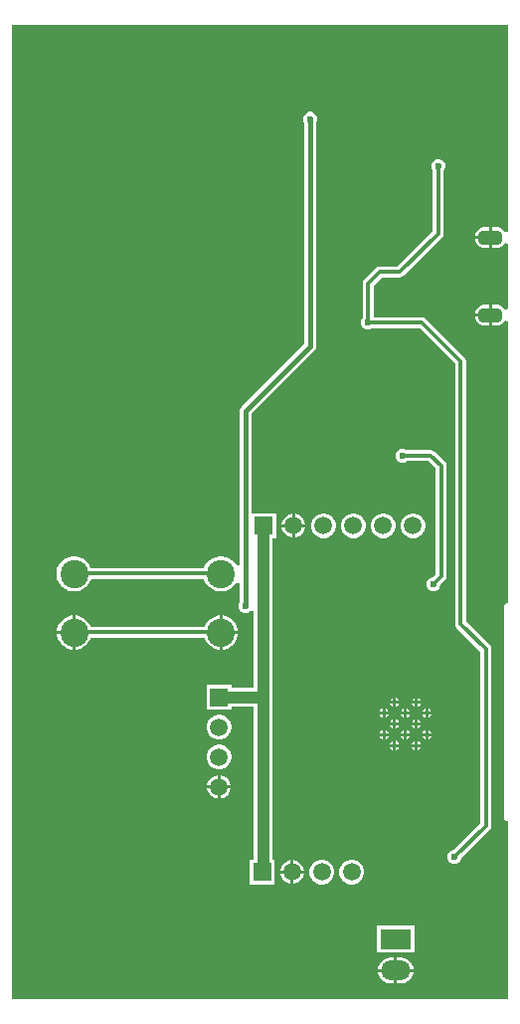
<source format=gbr>
%TF.GenerationSoftware,Altium Limited,Altium Designer,25.7.1 (20)*%
G04 Layer_Physical_Order=1*
G04 Layer_Color=255*
%FSLAX45Y45*%
%MOMM*%
%TF.SameCoordinates,6DC23F8A-9C4A-45C2-95F2-439E2FAEE1B8*%
%TF.FilePolarity,Positive*%
%TF.FileFunction,Copper,L1,Top,Signal*%
%TF.Part,Single*%
G01*
G75*
%TA.AperFunction,Conductor*%
%ADD10C,0.30000*%
%ADD11C,1.00000*%
%ADD12C,0.38100*%
%TA.AperFunction,ComponentPad*%
%ADD13R,2.54000X1.65100*%
%ADD14O,2.54000X1.65100*%
%ADD15C,1.50000*%
%ADD16R,1.50000X1.50000*%
%ADD17R,1.50000X1.50000*%
G04:AMPARAMS|DCode=18|XSize=2mm|YSize=1.2mm|CornerRadius=0.36mm|HoleSize=0mm|Usage=FLASHONLY|Rotation=180.000|XOffset=0mm|YOffset=0mm|HoleType=Round|Shape=RoundedRectangle|*
%AMROUNDEDRECTD18*
21,1,2.00000,0.48000,0,0,180.0*
21,1,1.28000,1.20000,0,0,180.0*
1,1,0.72000,-0.64000,0.24000*
1,1,0.72000,0.64000,0.24000*
1,1,0.72000,0.64000,-0.24000*
1,1,0.72000,-0.64000,-0.24000*
%
%ADD18ROUNDEDRECTD18*%
%ADD19C,0.30000*%
%ADD20C,2.40000*%
%TA.AperFunction,ViaPad*%
%ADD21C,0.60000*%
G36*
X17774564Y10592638D02*
X17749438Y10588759D01*
X17735867Y10609069D01*
X17715556Y10622639D01*
X17691600Y10627405D01*
X17640300D01*
Y10540802D01*
Y10454199D01*
X17691600D01*
X17715556Y10458964D01*
X17735867Y10472535D01*
X17749438Y10492845D01*
X17774564Y10488965D01*
Y9932635D01*
X17749438Y9928755D01*
X17735867Y9949065D01*
X17715556Y9962636D01*
X17691600Y9967401D01*
X17640300D01*
Y9880798D01*
X17627600D01*
D01*
X17640300D01*
Y9794195D01*
X17691600D01*
X17715556Y9798961D01*
X17735867Y9812531D01*
X17749438Y9832841D01*
X17774564Y9828962D01*
Y7433888D01*
X17772000D01*
X17760295Y7431559D01*
X17750371Y7424929D01*
X17743741Y7415005D01*
X17741412Y7403300D01*
Y5603300D01*
X17743741Y5591595D01*
X17750371Y5581671D01*
X17760295Y5575041D01*
X17772000Y5572712D01*
X17774564D01*
Y4056736D01*
X13556335D01*
Y12351664D01*
X17774564D01*
Y10592638D01*
D02*
G37*
%LPC*%
G36*
X17614900Y10627405D02*
X17563600D01*
X17539642Y10622639D01*
X17519333Y10609069D01*
X17505762Y10588759D01*
X17500996Y10564802D01*
Y10553502D01*
X17614900D01*
Y10627405D01*
D02*
G37*
G36*
Y10528102D02*
X17500996D01*
Y10516802D01*
X17505762Y10492845D01*
X17519333Y10472535D01*
X17539642Y10458964D01*
X17563600Y10454199D01*
X17614900D01*
Y10528102D01*
D02*
G37*
G36*
Y9967401D02*
X17563600D01*
X17539642Y9962636D01*
X17519333Y9949065D01*
X17505762Y9928755D01*
X17500996Y9904798D01*
Y9893498D01*
X17614900D01*
Y9967401D01*
D02*
G37*
G36*
Y9868098D02*
X17500996D01*
Y9856798D01*
X17505762Y9832841D01*
X17519333Y9812531D01*
X17539642Y9798961D01*
X17563600Y9794195D01*
X17614900D01*
Y9868098D01*
D02*
G37*
G36*
X15964418Y8190300D02*
X15963901D01*
Y8102600D01*
X16051601D01*
Y8103118D01*
X16044759Y8128653D01*
X16031540Y8151547D01*
X16012846Y8170240D01*
X15989954Y8183458D01*
X15964418Y8190300D01*
D02*
G37*
G36*
X15938499D02*
X15937982D01*
X15912447Y8183458D01*
X15889552Y8170240D01*
X15870860Y8151547D01*
X15857642Y8128653D01*
X15850800Y8103118D01*
Y8102600D01*
X15938499D01*
Y8190300D01*
D02*
G37*
G36*
X16051601Y8077200D02*
X15963901D01*
Y7989500D01*
X15964418D01*
X15989954Y7996342D01*
X16012846Y8009560D01*
X16031540Y8028253D01*
X16044759Y8051147D01*
X16051601Y8076682D01*
Y8077200D01*
D02*
G37*
G36*
X15938499D02*
X15850800D01*
Y8076682D01*
X15857642Y8051147D01*
X15870860Y8028253D01*
X15889552Y8009560D01*
X15912447Y7996342D01*
X15937982Y7989500D01*
X15938499D01*
Y8077200D01*
D02*
G37*
G36*
X16981023Y8194900D02*
X16953377D01*
X16926672Y8187744D01*
X16902728Y8173921D01*
X16883179Y8154371D01*
X16869356Y8130428D01*
X16862199Y8103723D01*
Y8076077D01*
X16869356Y8049372D01*
X16883179Y8025429D01*
X16902728Y8005879D01*
X16926672Y7992056D01*
X16953377Y7984900D01*
X16981023D01*
X17007729Y7992056D01*
X17031671Y8005879D01*
X17051221Y8025429D01*
X17065044Y8049372D01*
X17072200Y8076077D01*
Y8103723D01*
X17065044Y8130428D01*
X17051221Y8154371D01*
X17031671Y8173921D01*
X17007729Y8187744D01*
X16981023Y8194900D01*
D02*
G37*
G36*
X16727023D02*
X16699377D01*
X16672672Y8187744D01*
X16648729Y8173921D01*
X16629179Y8154371D01*
X16615356Y8130428D01*
X16608200Y8103723D01*
Y8076077D01*
X16615356Y8049372D01*
X16629179Y8025429D01*
X16648729Y8005879D01*
X16672672Y7992056D01*
X16699377Y7984900D01*
X16727023D01*
X16753728Y7992056D01*
X16777670Y8005879D01*
X16797221Y8025429D01*
X16811044Y8049372D01*
X16818201Y8076077D01*
Y8103723D01*
X16811044Y8130428D01*
X16797221Y8154371D01*
X16777670Y8173921D01*
X16753728Y8187744D01*
X16727023Y8194900D01*
D02*
G37*
G36*
X16473022D02*
X16445377D01*
X16418672Y8187744D01*
X16394730Y8173921D01*
X16375179Y8154371D01*
X16361356Y8130428D01*
X16354201Y8103723D01*
Y8076077D01*
X16361356Y8049372D01*
X16375179Y8025429D01*
X16394730Y8005879D01*
X16418672Y7992056D01*
X16445377Y7984900D01*
X16473022D01*
X16499728Y7992056D01*
X16523671Y8005879D01*
X16543221Y8025429D01*
X16557043Y8049372D01*
X16564200Y8076077D01*
Y8103723D01*
X16557043Y8130428D01*
X16543221Y8154371D01*
X16523671Y8173921D01*
X16499728Y8187744D01*
X16473022Y8194900D01*
D02*
G37*
G36*
X16219023D02*
X16191377D01*
X16164671Y8187744D01*
X16140729Y8173921D01*
X16121179Y8154371D01*
X16107356Y8130428D01*
X16100200Y8103723D01*
Y8076077D01*
X16107356Y8049372D01*
X16121179Y8025429D01*
X16140729Y8005879D01*
X16164671Y7992056D01*
X16191377Y7984900D01*
X16219023D01*
X16245728Y7992056D01*
X16269672Y8005879D01*
X16289221Y8025429D01*
X16303044Y8049372D01*
X16310201Y8076077D01*
Y8103723D01*
X16303044Y8130428D01*
X16289221Y8154371D01*
X16269672Y8173921D01*
X16245728Y8187744D01*
X16219023Y8194900D01*
D02*
G37*
G36*
X16105376Y11609380D02*
X16081505D01*
X16059453Y11600246D01*
X16042574Y11583367D01*
X16033440Y11561315D01*
Y11537445D01*
X16042574Y11515393D01*
X16043430Y11514538D01*
Y9639695D01*
X15504356Y9100623D01*
X15493517Y9084398D01*
X15489709Y9065260D01*
Y7756133D01*
X15464528Y7750552D01*
X15448112Y7775119D01*
X15427219Y7796013D01*
X15402652Y7812428D01*
X15375352Y7823735D01*
X15346375Y7829500D01*
X15316826D01*
X15287846Y7823735D01*
X15260548Y7812428D01*
X15235982Y7796013D01*
X15215086Y7775119D01*
X15198672Y7750552D01*
X15189903Y7729382D01*
X14223297D01*
X14214528Y7750552D01*
X14198112Y7775119D01*
X14177219Y7796013D01*
X14152652Y7812428D01*
X14125352Y7823735D01*
X14096375Y7829500D01*
X14066826D01*
X14037846Y7823735D01*
X14010548Y7812428D01*
X13985982Y7796013D01*
X13965086Y7775119D01*
X13948672Y7750552D01*
X13937366Y7723253D01*
X13931599Y7694274D01*
Y7664726D01*
X13937366Y7635747D01*
X13948672Y7608448D01*
X13965086Y7583881D01*
X13985982Y7562987D01*
X14010548Y7546572D01*
X14037846Y7535265D01*
X14066826Y7529500D01*
X14096375D01*
X14125352Y7535265D01*
X14152652Y7546572D01*
X14177219Y7562987D01*
X14198112Y7583881D01*
X14214528Y7608448D01*
X14225835Y7635747D01*
X14226208Y7637618D01*
X15186992D01*
X15187366Y7635747D01*
X15198672Y7608448D01*
X15215086Y7583881D01*
X15235982Y7562987D01*
X15260548Y7546572D01*
X15287846Y7535265D01*
X15316826Y7529500D01*
X15346375D01*
X15375352Y7535265D01*
X15402652Y7546572D01*
X15427219Y7562987D01*
X15448112Y7583881D01*
X15464528Y7608448D01*
X15489709Y7602867D01*
Y7444022D01*
X15488853Y7443167D01*
X15479720Y7421115D01*
Y7397245D01*
X15488853Y7375193D01*
X15505733Y7358314D01*
X15527785Y7349180D01*
X15551656D01*
X15573708Y7358314D01*
X15584760Y7369367D01*
X15610159Y7361128D01*
Y6710090D01*
X15421201D01*
Y6734400D01*
X15211200D01*
Y6524400D01*
X15421201D01*
Y6548710D01*
X15610159D01*
Y5248500D01*
X15579500D01*
Y5038500D01*
X15789500D01*
Y5248500D01*
X15771539D01*
Y6629400D01*
Y7984900D01*
X15802200D01*
Y8194900D01*
X15615131D01*
X15592200Y8194900D01*
X15589731Y8219277D01*
Y9044545D01*
X16128802Y9583617D01*
X16139644Y9599842D01*
X16143451Y9618980D01*
Y11514538D01*
X16144305Y11515393D01*
X16153439Y11537445D01*
Y11561315D01*
X16144305Y11583367D01*
X16127428Y11600246D01*
X16105376Y11609380D01*
D02*
G37*
G36*
X16890234Y8746800D02*
X16866365D01*
X16844313Y8737666D01*
X16827434Y8720787D01*
X16818300Y8698735D01*
Y8674865D01*
X16827434Y8652813D01*
X16844313Y8635934D01*
X16866365Y8626800D01*
X16890234D01*
X16912286Y8635934D01*
X16917271Y8640918D01*
X17100595D01*
X17162617Y8578895D01*
Y7677105D01*
X17140114Y7654600D01*
X17133064D01*
X17111012Y7645466D01*
X17094135Y7628587D01*
X17085001Y7606535D01*
Y7582665D01*
X17094135Y7560613D01*
X17111012Y7543734D01*
X17133064Y7534600D01*
X17156935D01*
X17178987Y7543734D01*
X17195866Y7560613D01*
X17205000Y7582665D01*
Y7589714D01*
X17240942Y7625657D01*
X17250890Y7640542D01*
X17254382Y7658100D01*
Y8597900D01*
X17250890Y8615458D01*
X17240942Y8630343D01*
X17152043Y8719243D01*
X17137158Y8729189D01*
X17119600Y8732682D01*
X16917271D01*
X16912286Y8737666D01*
X16890234Y8746800D01*
D02*
G37*
G36*
X15318901Y7324901D02*
X15312457D01*
X15275478Y7314992D01*
X15242322Y7295850D01*
X15215251Y7268779D01*
X15196109Y7235623D01*
X15194437Y7229383D01*
X14218764D01*
X14217091Y7235623D01*
X14197949Y7268779D01*
X14170879Y7295850D01*
X14137721Y7314992D01*
X14100742Y7324901D01*
X14094299D01*
Y7179501D01*
Y7034101D01*
X14100742D01*
X14137721Y7044010D01*
X14170879Y7063152D01*
X14197949Y7090223D01*
X14217091Y7123379D01*
X14220908Y7137619D01*
X15192293D01*
X15196109Y7123379D01*
X15215251Y7090223D01*
X15242322Y7063152D01*
X15275478Y7044010D01*
X15312457Y7034101D01*
X15318901D01*
Y7179501D01*
Y7324901D01*
D02*
G37*
G36*
X15350742D02*
X15344301D01*
Y7192201D01*
X15477000D01*
Y7198643D01*
X15467091Y7235623D01*
X15447949Y7268779D01*
X15420879Y7295850D01*
X15387721Y7314992D01*
X15350742Y7324901D01*
D02*
G37*
G36*
X14068900D02*
X14062457D01*
X14025478Y7314992D01*
X13992322Y7295850D01*
X13965251Y7268779D01*
X13946109Y7235623D01*
X13936200Y7198643D01*
Y7192201D01*
X14068900D01*
Y7324901D01*
D02*
G37*
G36*
X15477000Y7166801D02*
X15344301D01*
Y7034101D01*
X15350742D01*
X15387721Y7044010D01*
X15420879Y7063152D01*
X15447949Y7090223D01*
X15467091Y7123379D01*
X15477000Y7160359D01*
Y7166801D01*
D02*
G37*
G36*
X14068900D02*
X13936200D01*
Y7160359D01*
X13946109Y7123379D01*
X13965251Y7090223D01*
X13992322Y7063152D01*
X14025478Y7044010D01*
X14062457Y7034101D01*
X14068900D01*
Y7166801D01*
D02*
G37*
G36*
X17007449Y6625267D02*
Y6599499D01*
X17033217D01*
X17028998Y6609684D01*
X17017633Y6621048D01*
X17007449Y6625267D01*
D02*
G37*
G36*
X16823949D02*
Y6599499D01*
X16849718D01*
X16845499Y6609684D01*
X16834134Y6621048D01*
X16823949Y6625267D01*
D02*
G37*
G36*
X16982050D02*
X16971864Y6621048D01*
X16960500Y6609684D01*
X16956281Y6599499D01*
X16982050D01*
Y6625267D01*
D02*
G37*
G36*
X16798549D02*
X16788364Y6621048D01*
X16777000Y6609684D01*
X16772781Y6599499D01*
X16798549D01*
Y6625267D01*
D02*
G37*
G36*
X16849718Y6574099D02*
X16823949D01*
Y6548331D01*
X16834134Y6552550D01*
X16845499Y6563914D01*
X16849718Y6574099D01*
D02*
G37*
G36*
X17033217D02*
X17007449D01*
Y6548331D01*
X17017633Y6552550D01*
X17028998Y6563914D01*
X17033217Y6574099D01*
D02*
G37*
G36*
X16982050D02*
X16956281D01*
X16960500Y6563914D01*
X16971864Y6552550D01*
X16982050Y6548331D01*
Y6574099D01*
D02*
G37*
G36*
X16798549D02*
X16772781D01*
X16777000Y6563914D01*
X16788364Y6552550D01*
X16798549Y6548331D01*
Y6574099D01*
D02*
G37*
G36*
X17099199Y6533517D02*
Y6507749D01*
X17124966D01*
X17120747Y6517934D01*
X17109383Y6529299D01*
X17099199Y6533517D01*
D02*
G37*
G36*
X16915698D02*
Y6507749D01*
X16941467D01*
X16937248Y6517934D01*
X16925883Y6529299D01*
X16915698Y6533517D01*
D02*
G37*
G36*
X16732199D02*
Y6507749D01*
X16757967D01*
X16753749Y6517934D01*
X16742384Y6529299D01*
X16732199Y6533517D01*
D02*
G37*
G36*
X16890298D02*
X16880115Y6529299D01*
X16868750Y6517934D01*
X16864531Y6507749D01*
X16890298D01*
Y6533517D01*
D02*
G37*
G36*
X16706799D02*
X16696616Y6529299D01*
X16685249Y6517934D01*
X16681030Y6507749D01*
X16706799D01*
Y6533517D01*
D02*
G37*
G36*
X17073799D02*
X17063614Y6529299D01*
X17052249Y6517934D01*
X17048032Y6507749D01*
X17073799D01*
Y6533517D01*
D02*
G37*
G36*
X17124966Y6482349D02*
X17099199D01*
Y6456581D01*
X17109383Y6460800D01*
X17120747Y6472165D01*
X17124966Y6482349D01*
D02*
G37*
G36*
X16941467D02*
X16915698D01*
Y6456581D01*
X16925883Y6460800D01*
X16937248Y6472165D01*
X16941467Y6482349D01*
D02*
G37*
G36*
X16757967D02*
X16732199D01*
Y6456581D01*
X16742384Y6460800D01*
X16753749Y6472165D01*
X16757967Y6482349D01*
D02*
G37*
G36*
X17073799D02*
X17048032D01*
X17052249Y6472165D01*
X17063614Y6460800D01*
X17073799Y6456581D01*
Y6482349D01*
D02*
G37*
G36*
X16890298D02*
X16864531D01*
X16868750Y6472165D01*
X16880115Y6460800D01*
X16890298Y6456581D01*
Y6482349D01*
D02*
G37*
G36*
X16706799D02*
X16681030D01*
X16685249Y6472165D01*
X16696616Y6460800D01*
X16706799Y6456581D01*
Y6482349D01*
D02*
G37*
G36*
X17007449Y6441767D02*
Y6415999D01*
X17033217D01*
X17028998Y6426184D01*
X17017633Y6437549D01*
X17007449Y6441767D01*
D02*
G37*
G36*
X16823949D02*
Y6415999D01*
X16849718D01*
X16845499Y6426184D01*
X16834134Y6437549D01*
X16823949Y6441767D01*
D02*
G37*
G36*
X16982050D02*
X16971864Y6437549D01*
X16960500Y6426184D01*
X16956281Y6415999D01*
X16982050D01*
Y6441767D01*
D02*
G37*
G36*
X16798549D02*
X16788364Y6437549D01*
X16777000Y6426184D01*
X16772781Y6415999D01*
X16798549D01*
Y6441767D01*
D02*
G37*
G36*
X16849718Y6390599D02*
X16823949D01*
Y6364831D01*
X16834134Y6369050D01*
X16845499Y6380415D01*
X16849718Y6390599D01*
D02*
G37*
G36*
X17033217D02*
X17007449D01*
Y6364831D01*
X17017633Y6369050D01*
X17028998Y6380415D01*
X17033217Y6390599D01*
D02*
G37*
G36*
X16982050D02*
X16956281D01*
X16960500Y6380415D01*
X16971864Y6369050D01*
X16982050Y6364831D01*
Y6390599D01*
D02*
G37*
G36*
X16798549D02*
X16772781D01*
X16777000Y6380415D01*
X16788364Y6369050D01*
X16798549Y6364831D01*
Y6390599D01*
D02*
G37*
G36*
X17099199Y6350018D02*
Y6324249D01*
X17124966D01*
X17120747Y6334434D01*
X17109383Y6345799D01*
X17099199Y6350018D01*
D02*
G37*
G36*
X16915698D02*
Y6324249D01*
X16941467D01*
X16937248Y6334434D01*
X16925883Y6345799D01*
X16915698Y6350018D01*
D02*
G37*
G36*
X16732199D02*
Y6324249D01*
X16757967D01*
X16753749Y6334434D01*
X16742384Y6345799D01*
X16732199Y6350018D01*
D02*
G37*
G36*
X16890298D02*
X16880115Y6345799D01*
X16868750Y6334434D01*
X16864531Y6324249D01*
X16890298D01*
Y6350018D01*
D02*
G37*
G36*
X16706799D02*
X16696616Y6345799D01*
X16685249Y6334434D01*
X16681030Y6324249D01*
X16706799D01*
Y6350018D01*
D02*
G37*
G36*
X17073799D02*
X17063614Y6345799D01*
X17052249Y6334434D01*
X17048032Y6324249D01*
X17073799D01*
Y6350018D01*
D02*
G37*
G36*
X17124966Y6298849D02*
X17099199D01*
Y6273081D01*
X17109383Y6277300D01*
X17120747Y6288665D01*
X17124966Y6298849D01*
D02*
G37*
G36*
X16941467D02*
X16915698D01*
Y6273081D01*
X16925883Y6277300D01*
X16937248Y6288665D01*
X16941467Y6298849D01*
D02*
G37*
G36*
X16757967D02*
X16732199D01*
Y6273081D01*
X16742384Y6277300D01*
X16753749Y6288665D01*
X16757967Y6298849D01*
D02*
G37*
G36*
X17073799D02*
X17048032D01*
X17052249Y6288665D01*
X17063614Y6277300D01*
X17073799Y6273081D01*
Y6298849D01*
D02*
G37*
G36*
X16890298D02*
X16864531D01*
X16868750Y6288665D01*
X16880115Y6277300D01*
X16890298Y6273081D01*
Y6298849D01*
D02*
G37*
G36*
X16706799D02*
X16681030D01*
X16685249Y6288665D01*
X16696616Y6277300D01*
X16706799Y6273081D01*
Y6298849D01*
D02*
G37*
G36*
X15330023Y6480400D02*
X15302377D01*
X15275671Y6473244D01*
X15251729Y6459421D01*
X15232179Y6439871D01*
X15218356Y6415928D01*
X15211200Y6389223D01*
Y6361577D01*
X15218356Y6334872D01*
X15232179Y6310929D01*
X15251729Y6291379D01*
X15275671Y6277556D01*
X15302377Y6270400D01*
X15330023D01*
X15356728Y6277556D01*
X15380672Y6291379D01*
X15400221Y6310929D01*
X15414044Y6334872D01*
X15421201Y6361577D01*
Y6389223D01*
X15414044Y6415928D01*
X15400221Y6439871D01*
X15380672Y6459421D01*
X15356728Y6473244D01*
X15330023Y6480400D01*
D02*
G37*
G36*
X17007449Y6258268D02*
Y6232500D01*
X17033217D01*
X17028998Y6242684D01*
X17017633Y6254049D01*
X17007449Y6258268D01*
D02*
G37*
G36*
X16823949D02*
Y6232500D01*
X16849718D01*
X16845499Y6242684D01*
X16834134Y6254049D01*
X16823949Y6258268D01*
D02*
G37*
G36*
X16982050D02*
X16971864Y6254049D01*
X16960500Y6242684D01*
X16956281Y6232500D01*
X16982050D01*
Y6258268D01*
D02*
G37*
G36*
X16798549D02*
X16788364Y6254049D01*
X16777000Y6242684D01*
X16772781Y6232500D01*
X16798549D01*
Y6258268D01*
D02*
G37*
G36*
X16849718Y6207100D02*
X16823949D01*
Y6181332D01*
X16834134Y6185550D01*
X16845499Y6196915D01*
X16849718Y6207100D01*
D02*
G37*
G36*
X17033217D02*
X17007449D01*
Y6181332D01*
X17017633Y6185550D01*
X17028998Y6196915D01*
X17033217Y6207100D01*
D02*
G37*
G36*
X16982050D02*
X16956281D01*
X16960500Y6196915D01*
X16971864Y6185550D01*
X16982050Y6181332D01*
Y6207100D01*
D02*
G37*
G36*
X16798549D02*
X16772781D01*
X16777000Y6196915D01*
X16788364Y6185550D01*
X16798549Y6181332D01*
Y6207100D01*
D02*
G37*
G36*
X15330023Y6226400D02*
X15302377D01*
X15275671Y6219244D01*
X15251729Y6205421D01*
X15232179Y6185871D01*
X15218356Y6161928D01*
X15211200Y6135223D01*
Y6107577D01*
X15218356Y6080872D01*
X15232179Y6056929D01*
X15251729Y6037379D01*
X15275671Y6023556D01*
X15302377Y6016400D01*
X15330023D01*
X15356728Y6023556D01*
X15380672Y6037379D01*
X15400221Y6056929D01*
X15414044Y6080872D01*
X15421201Y6107577D01*
Y6135223D01*
X15414044Y6161928D01*
X15400221Y6185871D01*
X15380672Y6205421D01*
X15356728Y6219244D01*
X15330023Y6226400D01*
D02*
G37*
G36*
X15329417Y5967800D02*
X15328900D01*
Y5880100D01*
X15416600D01*
Y5880618D01*
X15409758Y5906153D01*
X15396539Y5929047D01*
X15377847Y5947740D01*
X15354953Y5960958D01*
X15329417Y5967800D01*
D02*
G37*
G36*
X15303500D02*
X15302982D01*
X15277448Y5960958D01*
X15254553Y5947740D01*
X15235860Y5929047D01*
X15222643Y5906153D01*
X15215800Y5880618D01*
Y5880100D01*
X15303500D01*
Y5967800D01*
D02*
G37*
G36*
X15416600Y5854700D02*
X15328900D01*
Y5767000D01*
X15329417D01*
X15354953Y5773842D01*
X15377847Y5787060D01*
X15396539Y5805753D01*
X15409758Y5828647D01*
X15416600Y5854182D01*
Y5854700D01*
D02*
G37*
G36*
X15303500D02*
X15215800D01*
Y5854182D01*
X15222643Y5828647D01*
X15235860Y5805753D01*
X15254553Y5787060D01*
X15277448Y5773842D01*
X15302982Y5767000D01*
X15303500D01*
Y5854700D01*
D02*
G37*
G36*
X17195035Y11210600D02*
X17171165D01*
X17149113Y11201466D01*
X17132234Y11184587D01*
X17123100Y11162535D01*
Y11138665D01*
X17132234Y11116613D01*
X17137218Y11111629D01*
Y10594650D01*
X16837350Y10294782D01*
X16687801D01*
X16670242Y10291289D01*
X16655357Y10281343D01*
X16553757Y10179743D01*
X16543811Y10164858D01*
X16540318Y10147300D01*
Y9856071D01*
X16535333Y9851087D01*
X16526199Y9829035D01*
Y9805165D01*
X16535333Y9783113D01*
X16552213Y9766234D01*
X16574265Y9757100D01*
X16598135D01*
X16620187Y9766234D01*
X16625171Y9771218D01*
X17024396D01*
X17327718Y9467895D01*
Y7254621D01*
X17331210Y7237062D01*
X17341158Y7222178D01*
X17543617Y7019716D01*
Y5556205D01*
X17317914Y5330500D01*
X17310864D01*
X17288812Y5321366D01*
X17271935Y5304487D01*
X17262801Y5282435D01*
Y5258565D01*
X17271935Y5236513D01*
X17288812Y5219634D01*
X17310864Y5210500D01*
X17334735D01*
X17356787Y5219634D01*
X17373666Y5236513D01*
X17382800Y5258565D01*
Y5265614D01*
X17621944Y5504757D01*
X17631889Y5519642D01*
X17635382Y5537200D01*
Y7038721D01*
X17631889Y7056279D01*
X17621944Y7071164D01*
X17419482Y7273626D01*
Y9486900D01*
X17415990Y9504458D01*
X17406042Y9519343D01*
X17075842Y9849543D01*
X17060957Y9859489D01*
X17043401Y9862982D01*
X16632082D01*
Y10128295D01*
X16706805Y10203018D01*
X16856354D01*
X16873914Y10206511D01*
X16888799Y10216457D01*
X17215543Y10543202D01*
X17225488Y10558088D01*
X17228983Y10575646D01*
Y11111629D01*
X17233966Y11116613D01*
X17243100Y11138665D01*
Y11162535D01*
X17233966Y11184587D01*
X17217087Y11201466D01*
X17195035Y11210600D01*
D02*
G37*
G36*
X15951718Y5243900D02*
X15951199D01*
Y5156200D01*
X16038901D01*
Y5156718D01*
X16032059Y5182253D01*
X16018840Y5205147D01*
X16000146Y5223840D01*
X15977254Y5237058D01*
X15951718Y5243900D01*
D02*
G37*
G36*
X15925800D02*
X15925282D01*
X15899747Y5237058D01*
X15876852Y5223840D01*
X15858160Y5205147D01*
X15844942Y5182253D01*
X15838100Y5156718D01*
Y5156200D01*
X15925800D01*
Y5243900D01*
D02*
G37*
G36*
X16038901Y5130800D02*
X15951199D01*
Y5043100D01*
X15951718D01*
X15977254Y5049942D01*
X16000146Y5063160D01*
X16018840Y5081853D01*
X16032059Y5104747D01*
X16038901Y5130282D01*
Y5130800D01*
D02*
G37*
G36*
X15925800D02*
X15838100D01*
Y5130282D01*
X15844942Y5104747D01*
X15858160Y5081853D01*
X15876852Y5063160D01*
X15899747Y5049942D01*
X15925282Y5043100D01*
X15925800D01*
Y5130800D01*
D02*
G37*
G36*
X16460323Y5248500D02*
X16432677D01*
X16405972Y5241344D01*
X16382030Y5227521D01*
X16362479Y5207971D01*
X16348656Y5184028D01*
X16341499Y5157323D01*
Y5129677D01*
X16348656Y5102972D01*
X16362479Y5079029D01*
X16382030Y5059479D01*
X16405972Y5045656D01*
X16432677Y5038500D01*
X16460323D01*
X16487029Y5045656D01*
X16510971Y5059479D01*
X16530521Y5079029D01*
X16544344Y5102972D01*
X16551500Y5129677D01*
Y5157323D01*
X16544344Y5184028D01*
X16530521Y5207971D01*
X16510971Y5227521D01*
X16487029Y5241344D01*
X16460323Y5248500D01*
D02*
G37*
G36*
X16206323D02*
X16178677D01*
X16151971Y5241344D01*
X16128029Y5227521D01*
X16108479Y5207971D01*
X16094656Y5184028D01*
X16087500Y5157323D01*
Y5129677D01*
X16094656Y5102972D01*
X16108479Y5079029D01*
X16128029Y5059479D01*
X16151971Y5045656D01*
X16178677Y5038500D01*
X16206323D01*
X16233028Y5045656D01*
X16256972Y5059479D01*
X16276521Y5079029D01*
X16290344Y5102972D01*
X16297501Y5129677D01*
Y5157323D01*
X16290344Y5184028D01*
X16276521Y5207971D01*
X16256972Y5227521D01*
X16233028Y5241344D01*
X16206323Y5248500D01*
D02*
G37*
G36*
X16977342Y4684550D02*
X16663342D01*
Y4459450D01*
X16977342D01*
Y4684550D01*
D02*
G37*
G36*
X16864792Y4414181D02*
X16833041D01*
Y4318000D01*
X16972002D01*
X16969965Y4333481D01*
X16959087Y4359741D01*
X16941783Y4382291D01*
X16919234Y4399594D01*
X16892973Y4410471D01*
X16864792Y4414181D01*
D02*
G37*
G36*
X16807642D02*
X16775893D01*
X16747713Y4410471D01*
X16721451Y4399594D01*
X16698901Y4382291D01*
X16681598Y4359741D01*
X16670721Y4333481D01*
X16668683Y4318000D01*
X16807642D01*
Y4414181D01*
D02*
G37*
G36*
X16972002Y4292600D02*
X16833041D01*
Y4196419D01*
X16864792D01*
X16892973Y4200129D01*
X16919234Y4211006D01*
X16941783Y4228309D01*
X16959087Y4250859D01*
X16969965Y4277119D01*
X16972002Y4292600D01*
D02*
G37*
G36*
X16807642D02*
X16668683D01*
X16670721Y4277119D01*
X16681598Y4250859D01*
X16698901Y4228309D01*
X16721451Y4211006D01*
X16747713Y4200129D01*
X16775893Y4196419D01*
X16807642D01*
Y4292600D01*
D02*
G37*
%LPD*%
D10*
X17208501Y7658100D02*
Y8597900D01*
X17145000Y7594600D02*
X17208501Y7658100D01*
X17119600Y8686800D02*
X17208501Y8597900D01*
X16586200Y10147300D02*
X16687801Y10248900D01*
X16586200Y9817100D02*
X17043401D01*
X16586200D02*
Y10147300D01*
X17373599Y7254621D02*
Y9486900D01*
X17043401Y9817100D02*
X17373599Y9486900D01*
Y7254621D02*
X17589500Y7038721D01*
X16878300Y8686800D02*
X17119600D01*
X17589500Y5537200D02*
Y7038721D01*
X17322800Y5270500D02*
X17589500Y5537200D01*
X17183099Y10575646D02*
Y11150600D01*
X16856354Y10248900D02*
X17183099Y10575646D01*
X16687801Y10248900D02*
X16856354D01*
X14078900Y7183501D02*
X15328900D01*
X14078900Y7683500D02*
X15328900D01*
D11*
X15690849Y6629400D02*
Y8083550D01*
Y5149850D02*
Y6629400D01*
Y8083550D02*
X15697200Y8089900D01*
X15684500Y5143500D02*
X15690849Y5149850D01*
X15316200Y6629400D02*
X15690849D01*
D12*
X15539720Y7409180D02*
Y9065260D01*
X16093440Y9618980D01*
Y11549380D01*
D13*
X16820341Y4572000D02*
D03*
D14*
Y4305300D02*
D03*
D15*
X15316200Y6375400D02*
D03*
Y6121400D02*
D03*
Y5867400D02*
D03*
X16192500Y5143500D02*
D03*
X16446500D02*
D03*
X15938499D02*
D03*
X15951199Y8089900D02*
D03*
X16205200D02*
D03*
X16459200D02*
D03*
X16713200D02*
D03*
X16967200D02*
D03*
D16*
X15316200Y6629400D02*
D03*
D17*
X15684500Y5143500D02*
D03*
X15697200Y8089900D02*
D03*
D18*
X17627600Y9880798D02*
D03*
Y10540802D02*
D03*
D19*
X16719499Y6495049D02*
D03*
Y6311549D02*
D03*
X16811249Y6586799D02*
D03*
Y6403299D02*
D03*
Y6219800D02*
D03*
X16902998Y6495049D02*
D03*
Y6311549D02*
D03*
X16994749Y6586799D02*
D03*
Y6403299D02*
D03*
Y6219800D02*
D03*
X17086499Y6495049D02*
D03*
Y6311549D02*
D03*
D20*
X14081599Y7179501D02*
D03*
X15331599D02*
D03*
Y7679500D02*
D03*
X14081599D02*
D03*
D21*
X17283501Y8250000D02*
D03*
X17145000Y7594600D02*
D03*
X16586200Y9817100D02*
D03*
X17000002Y9742100D02*
D03*
X17420782Y9545783D02*
D03*
X17125002Y9500000D02*
D03*
X17261034Y9261033D02*
D03*
X17448599Y8000000D02*
D03*
Y8457116D02*
D03*
Y9000000D02*
D03*
X17500002Y7750000D02*
D03*
Y8250000D02*
D03*
Y8750000D02*
D03*
X17250002Y8761800D02*
D03*
X17125002Y9000000D02*
D03*
X17057269Y8500000D02*
D03*
X17000002Y8250000D02*
D03*
Y8761800D02*
D03*
X16878300Y8686800D02*
D03*
X17628523Y7996477D02*
D03*
X17625002Y8500000D02*
D03*
Y12000000D02*
D03*
X17500002Y11750000D02*
D03*
X17625002Y11500000D02*
D03*
X17500002Y11250000D02*
D03*
Y10750000D02*
D03*
Y9750000D02*
D03*
X17625002Y9500000D02*
D03*
X17500002Y9250000D02*
D03*
X17625002Y9000000D02*
D03*
X17500002Y6750000D02*
D03*
Y6250000D02*
D03*
Y5250000D02*
D03*
Y4250000D02*
D03*
X17375002Y12000000D02*
D03*
X17250002Y11750000D02*
D03*
X17375002Y11500000D02*
D03*
Y11000000D02*
D03*
X17250002Y9750000D02*
D03*
X17375002Y7000000D02*
D03*
X17250002Y6750000D02*
D03*
X17375002Y6500000D02*
D03*
X17250002Y6250000D02*
D03*
X17375002Y6000000D02*
D03*
X17250002Y4250000D02*
D03*
X17125002Y12000000D02*
D03*
X17000002Y10750000D02*
D03*
X17125002Y10000000D02*
D03*
Y7000000D02*
D03*
X17000002Y6750000D02*
D03*
X17125002Y6000000D02*
D03*
X17000002Y5250000D02*
D03*
X17125002Y5000000D02*
D03*
X17000002Y4750000D02*
D03*
X17125002Y4500000D02*
D03*
X17000002Y4250000D02*
D03*
X16875002Y12000000D02*
D03*
X16750002Y11250000D02*
D03*
X16875002Y7000000D02*
D03*
X16750002Y6750000D02*
D03*
X16875002Y6000000D02*
D03*
X16625002Y11000000D02*
D03*
X16500002Y9750000D02*
D03*
Y9250000D02*
D03*
Y8750000D02*
D03*
Y8250000D02*
D03*
X16625002Y7000000D02*
D03*
X16500002Y6750000D02*
D03*
Y6250000D02*
D03*
X16625002Y6000000D02*
D03*
Y5000000D02*
D03*
X16500002Y4750000D02*
D03*
X16625002Y4500000D02*
D03*
X16500002Y4250000D02*
D03*
X16250002Y10250000D02*
D03*
Y9750000D02*
D03*
Y9250000D02*
D03*
X16375002Y9000000D02*
D03*
X16250002Y8750000D02*
D03*
X16375002Y8500000D02*
D03*
X16250002Y8250000D02*
D03*
Y7750000D02*
D03*
X16375002Y7000000D02*
D03*
X16250002Y6750000D02*
D03*
X16375002Y6500000D02*
D03*
X16250002Y6250000D02*
D03*
X16375002Y6000000D02*
D03*
Y5000000D02*
D03*
X16250002Y4750000D02*
D03*
X16375002Y4500000D02*
D03*
X16250002Y4250000D02*
D03*
X16000002Y11750000D02*
D03*
Y10750000D02*
D03*
Y10250000D02*
D03*
Y9750000D02*
D03*
Y9250000D02*
D03*
X16125002Y9000000D02*
D03*
X16000002Y8750000D02*
D03*
X16125002Y8500000D02*
D03*
X16000002Y8250000D02*
D03*
X16125002Y7000000D02*
D03*
Y6500000D02*
D03*
Y6000000D02*
D03*
Y5000000D02*
D03*
X16000002Y4750000D02*
D03*
X16125002Y4500000D02*
D03*
X16000002Y4250000D02*
D03*
X15750002Y11250000D02*
D03*
Y10750000D02*
D03*
X15875002Y10500000D02*
D03*
X15750002Y10250000D02*
D03*
X15875002Y10000000D02*
D03*
X15750002Y9750000D02*
D03*
X15875002Y9000000D02*
D03*
X15750002Y8750000D02*
D03*
X15875002Y8500000D02*
D03*
X15750002Y8250000D02*
D03*
X15875002Y7500000D02*
D03*
Y5500000D02*
D03*
Y5000000D02*
D03*
X15750002Y4750000D02*
D03*
X15875002Y4500000D02*
D03*
X15750002Y4250000D02*
D03*
X15625002Y12000000D02*
D03*
X15500000Y11750000D02*
D03*
Y10750000D02*
D03*
X15625002Y10500000D02*
D03*
X15500000Y9750000D02*
D03*
Y9250000D02*
D03*
X15625002Y9000000D02*
D03*
Y8500000D02*
D03*
X15500000Y7250000D02*
D03*
Y6750000D02*
D03*
Y6250000D02*
D03*
Y5750000D02*
D03*
Y5250000D02*
D03*
X15625002Y5000000D02*
D03*
X15500000Y4750000D02*
D03*
X15625002Y4500000D02*
D03*
X15500000Y4250000D02*
D03*
X15375000Y12000000D02*
D03*
X15250000Y11750000D02*
D03*
X15375000Y11500000D02*
D03*
Y11000000D02*
D03*
X15250000Y10750000D02*
D03*
X15375000Y10500000D02*
D03*
Y10000000D02*
D03*
X15250000Y9750000D02*
D03*
Y8250000D02*
D03*
X15375000Y8000000D02*
D03*
Y7500000D02*
D03*
Y7000000D02*
D03*
X15250000Y6250000D02*
D03*
Y5750000D02*
D03*
X15375000Y5500000D02*
D03*
X15250000Y5250000D02*
D03*
X15375000Y5000000D02*
D03*
X15250000Y4750000D02*
D03*
X15375000Y4500000D02*
D03*
X15250000Y4250000D02*
D03*
X15125000Y12000000D02*
D03*
X15000000Y11750000D02*
D03*
X15125000Y11500000D02*
D03*
Y11000000D02*
D03*
X15000000Y10750000D02*
D03*
X15125000Y10500000D02*
D03*
X15000000Y9750000D02*
D03*
X15125000Y8000000D02*
D03*
Y7500000D02*
D03*
Y7000000D02*
D03*
X15000000Y6750000D02*
D03*
X15125000Y6500000D02*
D03*
X15000000Y6250000D02*
D03*
X15125000Y6000000D02*
D03*
X15000000Y5750000D02*
D03*
X15125000Y5500000D02*
D03*
X15000000Y5250000D02*
D03*
X15125000Y5000000D02*
D03*
X15000000Y4750000D02*
D03*
X15125000Y4500000D02*
D03*
X15000000Y4250000D02*
D03*
X14875000Y12000000D02*
D03*
X14750000Y11750000D02*
D03*
X14875000Y11500000D02*
D03*
X14750000Y10750000D02*
D03*
X14875000Y10500000D02*
D03*
Y10000000D02*
D03*
X14750000Y9750000D02*
D03*
X14875000Y9500000D02*
D03*
X14750000Y9250000D02*
D03*
X14875000Y9000000D02*
D03*
X14750000Y8750000D02*
D03*
Y8250000D02*
D03*
X14875000Y8000000D02*
D03*
Y7500000D02*
D03*
Y7000000D02*
D03*
X14750000Y6750000D02*
D03*
X14875000Y6500000D02*
D03*
X14750000Y6250000D02*
D03*
X14875000Y6000000D02*
D03*
X14750000Y5750000D02*
D03*
X14875000Y5500000D02*
D03*
X14750000Y5250000D02*
D03*
X14875000Y5000000D02*
D03*
X14750000Y4750000D02*
D03*
X14875000Y4500000D02*
D03*
X14750000Y4250000D02*
D03*
X14625000Y12000000D02*
D03*
X14500000Y11750000D02*
D03*
X14625000Y11500000D02*
D03*
Y11000000D02*
D03*
X14500000Y10750000D02*
D03*
X14625000Y10500000D02*
D03*
X14500000Y10250000D02*
D03*
Y8250000D02*
D03*
X14625000Y8000000D02*
D03*
Y7500000D02*
D03*
Y7000000D02*
D03*
X14500000Y6750000D02*
D03*
X14625000Y6500000D02*
D03*
X14500000Y6250000D02*
D03*
X14625000Y6000000D02*
D03*
X14500000Y5750000D02*
D03*
X14625000Y5500000D02*
D03*
X14500000Y5250000D02*
D03*
X14625000Y5000000D02*
D03*
X14500000Y4750000D02*
D03*
X14625000Y4500000D02*
D03*
X14500000Y4250000D02*
D03*
X14375000Y12000000D02*
D03*
X14250000Y11750000D02*
D03*
X14375000Y11500000D02*
D03*
Y11000000D02*
D03*
X14250000Y10750000D02*
D03*
X14375000Y10500000D02*
D03*
X14250000Y10250000D02*
D03*
X14375000Y10000000D02*
D03*
X14250000Y9750000D02*
D03*
X14375000Y9500000D02*
D03*
X14250000Y8750000D02*
D03*
X14375000Y8500000D02*
D03*
X14250000Y8250000D02*
D03*
X14375000Y8000000D02*
D03*
Y7500000D02*
D03*
Y7000000D02*
D03*
X14250000Y6750000D02*
D03*
X14375000Y6500000D02*
D03*
X14250000Y6250000D02*
D03*
X14375000Y6000000D02*
D03*
X14250000Y5750000D02*
D03*
X14375000Y5500000D02*
D03*
X14250000Y5250000D02*
D03*
X14375000Y5000000D02*
D03*
X14250000Y4750000D02*
D03*
X14375000Y4500000D02*
D03*
X14250000Y4250000D02*
D03*
X14125000Y12000000D02*
D03*
X14000000Y11750000D02*
D03*
X14125000Y11500000D02*
D03*
Y11000000D02*
D03*
X14000000Y10750000D02*
D03*
X14125000Y10500000D02*
D03*
X14000000Y10250000D02*
D03*
X14125000Y10000000D02*
D03*
X14000000Y9750000D02*
D03*
X14125000Y9500000D02*
D03*
X14000000Y9250000D02*
D03*
X14125000Y9000000D02*
D03*
X14000000Y8750000D02*
D03*
X14125000Y8500000D02*
D03*
X14000000Y8250000D02*
D03*
X14125000Y8000000D02*
D03*
Y7500000D02*
D03*
Y7000000D02*
D03*
X14000000Y6750000D02*
D03*
X14125000Y6500000D02*
D03*
X14000000Y6250000D02*
D03*
X14125000Y6000000D02*
D03*
Y5500000D02*
D03*
X14000000Y5250000D02*
D03*
X14125000Y5000000D02*
D03*
X14000000Y4750000D02*
D03*
X14125000Y4500000D02*
D03*
X14000000Y4250000D02*
D03*
X13875000Y12000000D02*
D03*
X13750000Y11750000D02*
D03*
X13875000Y11500000D02*
D03*
X13750000Y11250000D02*
D03*
Y10750000D02*
D03*
Y10250000D02*
D03*
Y9750000D02*
D03*
Y9250000D02*
D03*
Y8750000D02*
D03*
Y8250000D02*
D03*
Y7750000D02*
D03*
Y7250000D02*
D03*
Y6750000D02*
D03*
Y6250000D02*
D03*
Y5750000D02*
D03*
X13875000Y5500000D02*
D03*
X13750000Y5250000D02*
D03*
X13875000Y5000000D02*
D03*
X13750000Y4750000D02*
D03*
X13875000Y4500000D02*
D03*
X13750000Y4250000D02*
D03*
X17322800Y5270500D02*
D03*
X17183099Y11150600D02*
D03*
X15539720Y7409180D02*
D03*
X16093440Y11549380D02*
D03*
%TF.MD5,b2a61411509098097c3f9427dfebf39e*%
M02*

</source>
